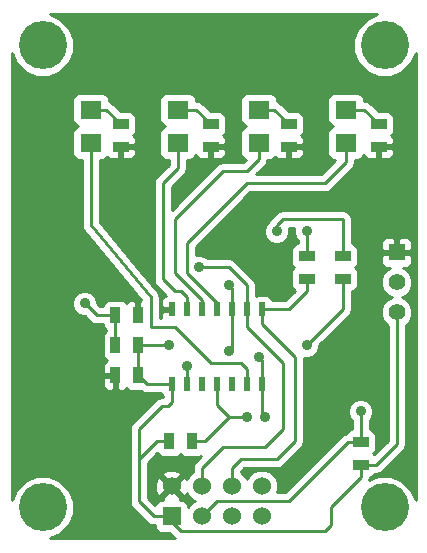
<source format=gtl>
G04 (created by PCBNEW (2013-may-18)-stable) date Wed 08 Oct 2014 11:37:39 BST*
%MOIN*%
G04 Gerber Fmt 3.4, Leading zero omitted, Abs format*
%FSLAX34Y34*%
G01*
G70*
G90*
G04 APERTURE LIST*
%ADD10C,0.00590551*%
%ADD11R,0.02X0.045*%
%ADD12R,0.055X0.035*%
%ADD13R,0.035X0.055*%
%ADD14R,0.0709X0.0629*%
%ADD15R,0.055X0.055*%
%ADD16C,0.055*%
%ADD17R,0.06X0.06*%
%ADD18C,0.06*%
%ADD19C,0.16*%
%ADD20C,0.035*%
%ADD21C,0.01*%
G04 APERTURE END LIST*
G54D10*
G54D11*
X150100Y-100100D03*
X150600Y-100100D03*
X151100Y-100100D03*
X151600Y-100100D03*
X152100Y-100100D03*
X152600Y-100100D03*
X153100Y-100100D03*
X153100Y-97600D03*
X152600Y-97600D03*
X151600Y-97600D03*
X151100Y-97600D03*
X150600Y-97600D03*
X150100Y-97600D03*
X152100Y-97600D03*
G54D12*
X151400Y-91425D03*
X151400Y-92175D03*
X155800Y-96575D03*
X155800Y-95825D03*
G54D13*
X150775Y-102000D03*
X150025Y-102000D03*
G54D12*
X148400Y-91425D03*
X148400Y-92175D03*
X157000Y-91425D03*
X157000Y-92175D03*
X154000Y-91425D03*
X154000Y-92175D03*
X156400Y-102025D03*
X156400Y-102775D03*
X154600Y-96575D03*
X154600Y-95825D03*
G54D14*
X147400Y-92059D03*
X147400Y-90941D03*
X155900Y-92059D03*
X155900Y-90941D03*
X153000Y-92059D03*
X153000Y-90941D03*
X150300Y-92059D03*
X150300Y-90941D03*
G54D15*
X157600Y-95700D03*
G54D16*
X157600Y-96700D03*
X157600Y-97700D03*
G54D17*
X150100Y-104500D03*
G54D18*
X150100Y-103500D03*
X151100Y-104500D03*
X151100Y-103500D03*
X152100Y-104500D03*
X152100Y-103500D03*
X153100Y-104500D03*
X153100Y-103500D03*
G54D13*
X148225Y-99800D03*
X148975Y-99800D03*
X148975Y-97800D03*
X148225Y-97800D03*
X148225Y-98800D03*
X148975Y-98800D03*
G54D19*
X157200Y-104200D03*
X145800Y-104200D03*
X145800Y-88800D03*
X157200Y-88800D03*
G54D20*
X150000Y-98800D03*
X151000Y-96200D03*
X152000Y-96800D03*
X156400Y-101000D03*
X152000Y-99000D03*
X150600Y-99500D03*
X154600Y-98800D03*
X153000Y-99200D03*
X153200Y-101200D03*
X154600Y-95000D03*
X147200Y-97400D03*
X153600Y-95000D03*
X152600Y-101200D03*
G54D21*
X156400Y-102775D02*
X156925Y-102775D01*
X157600Y-102100D02*
X157600Y-97700D01*
X156925Y-102775D02*
X157600Y-102100D01*
X150000Y-98800D02*
X148975Y-98800D01*
X150025Y-102000D02*
X149600Y-102000D01*
X149600Y-102000D02*
X149000Y-102600D01*
X148975Y-99800D02*
X148975Y-98800D01*
X150100Y-100100D02*
X149275Y-100100D01*
X149275Y-100100D02*
X148975Y-99800D01*
X149775Y-100825D02*
X149975Y-100825D01*
X150100Y-104500D02*
X149500Y-104500D01*
X149000Y-101600D02*
X149775Y-100825D01*
X149000Y-104000D02*
X149000Y-102600D01*
X149000Y-102600D02*
X149000Y-101600D01*
X149500Y-104500D02*
X149000Y-104000D01*
X150100Y-100700D02*
X150100Y-100100D01*
X149975Y-100825D02*
X150100Y-100700D01*
X155400Y-104800D02*
X155400Y-104200D01*
X156400Y-103200D02*
X156400Y-102775D01*
X155400Y-104200D02*
X156400Y-103200D01*
X150100Y-104500D02*
X150100Y-104700D01*
X155200Y-105000D02*
X155400Y-104800D01*
X150400Y-105000D02*
X155200Y-105000D01*
X150100Y-104700D02*
X150400Y-105000D01*
X152600Y-97600D02*
X152600Y-96800D01*
X152000Y-96200D02*
X151000Y-96200D01*
X152600Y-96800D02*
X152000Y-96200D01*
X151100Y-103500D02*
X151100Y-102900D01*
X152600Y-98200D02*
X152600Y-97600D01*
X153800Y-99400D02*
X152600Y-98200D01*
X153800Y-101600D02*
X153800Y-99400D01*
X153200Y-102200D02*
X153800Y-101600D01*
X151800Y-102200D02*
X153200Y-102200D01*
X151100Y-102900D02*
X151800Y-102200D01*
X152100Y-97600D02*
X152100Y-96900D01*
X152100Y-96900D02*
X152000Y-96800D01*
X152100Y-97600D02*
X152100Y-98900D01*
X156400Y-101000D02*
X156400Y-102025D01*
X152100Y-98900D02*
X152000Y-99000D01*
X156400Y-102025D02*
X155975Y-102025D01*
X155975Y-102025D02*
X154000Y-104000D01*
X154000Y-104000D02*
X151600Y-104000D01*
X151600Y-104000D02*
X151100Y-104500D01*
X150600Y-99500D02*
X150600Y-100100D01*
X151100Y-97600D02*
X151100Y-97300D01*
X153000Y-92600D02*
X153000Y-92059D01*
X152600Y-93000D02*
X153000Y-92600D01*
X151800Y-93000D02*
X152600Y-93000D01*
X150200Y-94600D02*
X151800Y-93000D01*
X150200Y-96400D02*
X150200Y-94600D01*
X151100Y-97300D02*
X150200Y-96400D01*
X151600Y-97600D02*
X151600Y-97400D01*
X155900Y-92700D02*
X155900Y-92059D01*
X155200Y-93400D02*
X155900Y-92700D01*
X152600Y-93400D02*
X155200Y-93400D01*
X150600Y-95400D02*
X152600Y-93400D01*
X150600Y-96400D02*
X150600Y-95400D01*
X151600Y-97400D02*
X150600Y-96400D01*
X150600Y-97600D02*
X150600Y-97200D01*
X150300Y-92900D02*
X150300Y-92059D01*
X149800Y-93400D02*
X150300Y-92900D01*
X149800Y-96600D02*
X149800Y-93400D01*
X150200Y-97000D02*
X149800Y-96600D01*
X150400Y-97000D02*
X150200Y-97000D01*
X150600Y-97200D02*
X150400Y-97000D01*
X151400Y-99400D02*
X152400Y-99400D01*
X152600Y-99600D02*
X152400Y-99400D01*
X152600Y-99600D02*
X152600Y-100100D01*
X147400Y-92059D02*
X147400Y-94800D01*
X150200Y-98200D02*
X151400Y-99400D01*
X149400Y-98200D02*
X150200Y-98200D01*
X149400Y-97200D02*
X149400Y-98200D01*
X147400Y-94800D02*
X149400Y-97200D01*
X153100Y-97600D02*
X154000Y-97600D01*
X154600Y-97000D02*
X154600Y-96575D01*
X154000Y-97600D02*
X154600Y-97000D01*
X152100Y-103500D02*
X152100Y-102900D01*
X153100Y-98100D02*
X153100Y-97600D01*
X154200Y-99200D02*
X153100Y-98100D01*
X154200Y-102000D02*
X154200Y-99200D01*
X153600Y-102600D02*
X154200Y-102000D01*
X152400Y-102600D02*
X153600Y-102600D01*
X152100Y-102900D02*
X152400Y-102600D01*
X153100Y-100100D02*
X153100Y-99300D01*
X155800Y-97600D02*
X155800Y-96575D01*
X154600Y-98800D02*
X155800Y-97600D01*
X153100Y-99300D02*
X153000Y-99200D01*
X153100Y-101100D02*
X153100Y-100100D01*
X153200Y-101200D02*
X153100Y-101100D01*
X154600Y-95825D02*
X154600Y-95000D01*
X150300Y-90941D02*
X150916Y-90941D01*
X150916Y-90941D02*
X151400Y-91425D01*
X153000Y-90941D02*
X153516Y-90941D01*
X153516Y-90941D02*
X154000Y-91425D01*
X155900Y-90941D02*
X156516Y-90941D01*
X156516Y-90941D02*
X157000Y-91425D01*
X147600Y-97800D02*
X148225Y-97800D01*
X147200Y-97400D02*
X147600Y-97800D01*
X148225Y-98800D02*
X148225Y-97800D01*
X155800Y-95825D02*
X155800Y-94600D01*
X153600Y-94800D02*
X153600Y-95000D01*
X153800Y-94600D02*
X153600Y-94800D01*
X155800Y-94600D02*
X153800Y-94600D01*
X147400Y-90941D02*
X147916Y-90941D01*
X147916Y-90941D02*
X148400Y-91425D01*
X150775Y-102000D02*
X151200Y-102000D01*
X151200Y-102000D02*
X152000Y-101200D01*
X151600Y-100800D02*
X151600Y-100100D01*
X152000Y-101200D02*
X151600Y-100800D01*
X152600Y-101200D02*
X152000Y-101200D01*
G54D10*
G36*
X151086Y-102489D02*
X150887Y-102687D01*
X150822Y-102785D01*
X150800Y-102900D01*
X150800Y-103028D01*
X150788Y-103033D01*
X150634Y-103188D01*
X150602Y-103263D01*
X150581Y-103212D01*
X150485Y-103184D01*
X150415Y-103255D01*
X150415Y-103114D01*
X150387Y-103018D01*
X150181Y-102945D01*
X149963Y-102956D01*
X149812Y-103018D01*
X149784Y-103114D01*
X150100Y-103429D01*
X150415Y-103114D01*
X150415Y-103255D01*
X150170Y-103500D01*
X150485Y-103815D01*
X150581Y-103787D01*
X150600Y-103732D01*
X150633Y-103811D01*
X150788Y-103965D01*
X150869Y-103999D01*
X150788Y-104033D01*
X150650Y-104172D01*
X150650Y-104150D01*
X150612Y-104058D01*
X150541Y-103988D01*
X150449Y-103950D01*
X150396Y-103949D01*
X150415Y-103885D01*
X150100Y-103570D01*
X150029Y-103641D01*
X150029Y-103500D01*
X149714Y-103184D01*
X149618Y-103212D01*
X149545Y-103418D01*
X149556Y-103636D01*
X149618Y-103787D01*
X149714Y-103815D01*
X150029Y-103500D01*
X150029Y-103641D01*
X149784Y-103885D01*
X149803Y-103949D01*
X149750Y-103949D01*
X149658Y-103987D01*
X149588Y-104058D01*
X149557Y-104132D01*
X149300Y-103875D01*
X149300Y-102724D01*
X149629Y-102395D01*
X149637Y-102416D01*
X149708Y-102486D01*
X149800Y-102524D01*
X149899Y-102525D01*
X150249Y-102525D01*
X150341Y-102487D01*
X150400Y-102428D01*
X150458Y-102486D01*
X150550Y-102524D01*
X150649Y-102525D01*
X150999Y-102525D01*
X151086Y-102489D01*
X151086Y-102489D01*
G37*
G54D21*
X151086Y-102489D02*
X150887Y-102687D01*
X150822Y-102785D01*
X150800Y-102900D01*
X150800Y-103028D01*
X150788Y-103033D01*
X150634Y-103188D01*
X150602Y-103263D01*
X150581Y-103212D01*
X150485Y-103184D01*
X150415Y-103255D01*
X150415Y-103114D01*
X150387Y-103018D01*
X150181Y-102945D01*
X149963Y-102956D01*
X149812Y-103018D01*
X149784Y-103114D01*
X150100Y-103429D01*
X150415Y-103114D01*
X150415Y-103255D01*
X150170Y-103500D01*
X150485Y-103815D01*
X150581Y-103787D01*
X150600Y-103732D01*
X150633Y-103811D01*
X150788Y-103965D01*
X150869Y-103999D01*
X150788Y-104033D01*
X150650Y-104172D01*
X150650Y-104150D01*
X150612Y-104058D01*
X150541Y-103988D01*
X150449Y-103950D01*
X150396Y-103949D01*
X150415Y-103885D01*
X150100Y-103570D01*
X150029Y-103641D01*
X150029Y-103500D01*
X149714Y-103184D01*
X149618Y-103212D01*
X149545Y-103418D01*
X149556Y-103636D01*
X149618Y-103787D01*
X149714Y-103815D01*
X150029Y-103500D01*
X150029Y-103641D01*
X149784Y-103885D01*
X149803Y-103949D01*
X149750Y-103949D01*
X149658Y-103987D01*
X149588Y-104058D01*
X149557Y-104132D01*
X149300Y-103875D01*
X149300Y-102724D01*
X149629Y-102395D01*
X149637Y-102416D01*
X149708Y-102486D01*
X149800Y-102524D01*
X149899Y-102525D01*
X150249Y-102525D01*
X150341Y-102487D01*
X150400Y-102428D01*
X150458Y-102486D01*
X150550Y-102524D01*
X150649Y-102525D01*
X150999Y-102525D01*
X151086Y-102489D01*
G54D10*
G36*
X158230Y-103943D02*
X158090Y-103606D01*
X157795Y-103310D01*
X157409Y-103150D01*
X156992Y-103149D01*
X156684Y-103276D01*
X156699Y-103200D01*
X156699Y-103200D01*
X156724Y-103200D01*
X156816Y-103162D01*
X156886Y-103091D01*
X156893Y-103075D01*
X156925Y-103075D01*
X156925Y-103074D01*
X157039Y-103052D01*
X157039Y-103052D01*
X157137Y-102987D01*
X157812Y-102312D01*
X157877Y-102214D01*
X157899Y-102100D01*
X157900Y-102100D01*
X157900Y-98142D01*
X158044Y-97997D01*
X158124Y-97804D01*
X158125Y-97596D01*
X158045Y-97403D01*
X157897Y-97255D01*
X157764Y-97199D01*
X157897Y-97145D01*
X158044Y-96997D01*
X158124Y-96804D01*
X158125Y-96596D01*
X158045Y-96403D01*
X157897Y-96255D01*
X157825Y-96225D01*
X157825Y-96225D01*
X157924Y-96224D01*
X158016Y-96186D01*
X158087Y-96116D01*
X158125Y-96024D01*
X158125Y-95375D01*
X158087Y-95283D01*
X158016Y-95213D01*
X157924Y-95175D01*
X157825Y-95174D01*
X157712Y-95175D01*
X157650Y-95237D01*
X157650Y-95650D01*
X158062Y-95650D01*
X158125Y-95587D01*
X158125Y-95375D01*
X158125Y-96024D01*
X158125Y-95812D01*
X158062Y-95750D01*
X157650Y-95750D01*
X157650Y-95757D01*
X157550Y-95757D01*
X157550Y-95750D01*
X157550Y-95650D01*
X157550Y-95237D01*
X157525Y-95212D01*
X157525Y-92399D01*
X157525Y-92287D01*
X157462Y-92225D01*
X157050Y-92225D01*
X157050Y-92537D01*
X157112Y-92600D01*
X157225Y-92600D01*
X157324Y-92599D01*
X157416Y-92561D01*
X157487Y-92491D01*
X157525Y-92399D01*
X157525Y-95212D01*
X157487Y-95175D01*
X157374Y-95174D01*
X157275Y-95175D01*
X157183Y-95213D01*
X157112Y-95283D01*
X157074Y-95375D01*
X157075Y-95587D01*
X157137Y-95650D01*
X157550Y-95650D01*
X157550Y-95750D01*
X157137Y-95750D01*
X157075Y-95812D01*
X157074Y-96024D01*
X157112Y-96116D01*
X157183Y-96186D01*
X157275Y-96224D01*
X157374Y-96225D01*
X157374Y-96225D01*
X157303Y-96254D01*
X157155Y-96402D01*
X157075Y-96595D01*
X157074Y-96803D01*
X157154Y-96997D01*
X157302Y-97144D01*
X157435Y-97200D01*
X157303Y-97254D01*
X157155Y-97402D01*
X157075Y-97595D01*
X157074Y-97803D01*
X157154Y-97997D01*
X157300Y-98142D01*
X157300Y-101975D01*
X156852Y-102423D01*
X156828Y-102399D01*
X156886Y-102341D01*
X156924Y-102249D01*
X156925Y-102150D01*
X156925Y-101800D01*
X156887Y-101708D01*
X156816Y-101638D01*
X156724Y-101600D01*
X156700Y-101600D01*
X156700Y-101301D01*
X156760Y-101241D01*
X156824Y-101084D01*
X156825Y-100915D01*
X156760Y-100759D01*
X156641Y-100639D01*
X156484Y-100575D01*
X156315Y-100574D01*
X156159Y-100639D01*
X156039Y-100758D01*
X155975Y-100915D01*
X155974Y-101084D01*
X156039Y-101240D01*
X156100Y-101301D01*
X156100Y-101599D01*
X156075Y-101599D01*
X155983Y-101637D01*
X155913Y-101708D01*
X155900Y-101739D01*
X155860Y-101747D01*
X155762Y-101812D01*
X153875Y-103700D01*
X153612Y-103700D01*
X153649Y-103609D01*
X153650Y-103391D01*
X153566Y-103188D01*
X153411Y-103034D01*
X153209Y-102950D01*
X152991Y-102949D01*
X152788Y-103033D01*
X152634Y-103188D01*
X152600Y-103269D01*
X152566Y-103188D01*
X152411Y-103034D01*
X152400Y-103029D01*
X152400Y-103024D01*
X152524Y-102900D01*
X153600Y-102900D01*
X153600Y-102899D01*
X153714Y-102877D01*
X153714Y-102877D01*
X153812Y-102812D01*
X154412Y-102212D01*
X154412Y-102212D01*
X154477Y-102114D01*
X154499Y-102000D01*
X154500Y-102000D01*
X154500Y-99218D01*
X154515Y-99224D01*
X154684Y-99225D01*
X154840Y-99160D01*
X154960Y-99041D01*
X155024Y-98884D01*
X155025Y-98799D01*
X156012Y-97812D01*
X156012Y-97812D01*
X156077Y-97714D01*
X156099Y-97600D01*
X156100Y-97600D01*
X156100Y-97000D01*
X156124Y-97000D01*
X156216Y-96962D01*
X156286Y-96891D01*
X156324Y-96799D01*
X156325Y-96700D01*
X156325Y-96350D01*
X156287Y-96258D01*
X156228Y-96199D01*
X156286Y-96141D01*
X156324Y-96049D01*
X156325Y-95950D01*
X156325Y-95600D01*
X156287Y-95508D01*
X156216Y-95438D01*
X156124Y-95400D01*
X156100Y-95400D01*
X156100Y-94600D01*
X156077Y-94485D01*
X156012Y-94387D01*
X155914Y-94322D01*
X155800Y-94300D01*
X153800Y-94300D01*
X153685Y-94322D01*
X153587Y-94387D01*
X153387Y-94587D01*
X153340Y-94658D01*
X153239Y-94758D01*
X153175Y-94915D01*
X153174Y-95084D01*
X153239Y-95240D01*
X153358Y-95360D01*
X153515Y-95424D01*
X153684Y-95425D01*
X153840Y-95360D01*
X153960Y-95241D01*
X154024Y-95084D01*
X154025Y-94915D01*
X154018Y-94900D01*
X154181Y-94900D01*
X154175Y-94915D01*
X154174Y-95084D01*
X154239Y-95240D01*
X154300Y-95301D01*
X154300Y-95399D01*
X154275Y-95399D01*
X154183Y-95437D01*
X154113Y-95508D01*
X154075Y-95600D01*
X154074Y-95699D01*
X154074Y-96049D01*
X154112Y-96141D01*
X154171Y-96200D01*
X154113Y-96258D01*
X154075Y-96350D01*
X154074Y-96449D01*
X154074Y-96799D01*
X154112Y-96891D01*
X154183Y-96961D01*
X154204Y-96970D01*
X153875Y-97300D01*
X153439Y-97300D01*
X153412Y-97233D01*
X153341Y-97163D01*
X153249Y-97125D01*
X153150Y-97124D01*
X152950Y-97124D01*
X152900Y-97145D01*
X152900Y-96800D01*
X152877Y-96685D01*
X152812Y-96587D01*
X152812Y-96587D01*
X152212Y-95987D01*
X152114Y-95922D01*
X152000Y-95900D01*
X151301Y-95900D01*
X151241Y-95839D01*
X151084Y-95775D01*
X150915Y-95774D01*
X150900Y-95781D01*
X150900Y-95524D01*
X152724Y-93700D01*
X155200Y-93700D01*
X155200Y-93699D01*
X155314Y-93677D01*
X155314Y-93677D01*
X155412Y-93612D01*
X156112Y-92912D01*
X156112Y-92912D01*
X156177Y-92814D01*
X156199Y-92700D01*
X156200Y-92700D01*
X156200Y-92623D01*
X156304Y-92623D01*
X156395Y-92585D01*
X156466Y-92515D01*
X156494Y-92447D01*
X156512Y-92491D01*
X156583Y-92561D01*
X156675Y-92599D01*
X156774Y-92600D01*
X156887Y-92600D01*
X156950Y-92537D01*
X156950Y-92225D01*
X156942Y-92225D01*
X156942Y-92125D01*
X156950Y-92125D01*
X156950Y-92117D01*
X157050Y-92117D01*
X157050Y-92125D01*
X157462Y-92125D01*
X157525Y-92062D01*
X157525Y-91950D01*
X157487Y-91858D01*
X157428Y-91799D01*
X157486Y-91741D01*
X157524Y-91649D01*
X157525Y-91550D01*
X157525Y-91200D01*
X157487Y-91108D01*
X157416Y-91038D01*
X157324Y-91000D01*
X157225Y-90999D01*
X156999Y-90999D01*
X156728Y-90728D01*
X156630Y-90663D01*
X156516Y-90641D01*
X156504Y-90641D01*
X156504Y-90576D01*
X156466Y-90485D01*
X156396Y-90414D01*
X156304Y-90376D01*
X156204Y-90376D01*
X155495Y-90376D01*
X155404Y-90414D01*
X155333Y-90484D01*
X155295Y-90576D01*
X155295Y-90676D01*
X155295Y-91305D01*
X155333Y-91396D01*
X155403Y-91467D01*
X155482Y-91500D01*
X155404Y-91532D01*
X155333Y-91602D01*
X155295Y-91694D01*
X155295Y-91794D01*
X155295Y-92423D01*
X155333Y-92514D01*
X155403Y-92585D01*
X155495Y-92623D01*
X155552Y-92623D01*
X155075Y-93100D01*
X154525Y-93100D01*
X154525Y-92399D01*
X154525Y-92287D01*
X154462Y-92225D01*
X154050Y-92225D01*
X154050Y-92537D01*
X154112Y-92600D01*
X154225Y-92600D01*
X154324Y-92599D01*
X154416Y-92561D01*
X154487Y-92491D01*
X154525Y-92399D01*
X154525Y-93100D01*
X152924Y-93100D01*
X153212Y-92812D01*
X153212Y-92812D01*
X153277Y-92714D01*
X153295Y-92623D01*
X153295Y-92623D01*
X153404Y-92623D01*
X153495Y-92585D01*
X153551Y-92530D01*
X153583Y-92561D01*
X153675Y-92599D01*
X153774Y-92600D01*
X153887Y-92600D01*
X153950Y-92537D01*
X153950Y-92225D01*
X153942Y-92225D01*
X153942Y-92125D01*
X153950Y-92125D01*
X153950Y-92117D01*
X154050Y-92117D01*
X154050Y-92125D01*
X154462Y-92125D01*
X154525Y-92062D01*
X154525Y-91950D01*
X154487Y-91858D01*
X154428Y-91799D01*
X154486Y-91741D01*
X154524Y-91649D01*
X154525Y-91550D01*
X154525Y-91200D01*
X154487Y-91108D01*
X154416Y-91038D01*
X154324Y-91000D01*
X154225Y-90999D01*
X153999Y-90999D01*
X153728Y-90728D01*
X153630Y-90663D01*
X153604Y-90658D01*
X153604Y-90576D01*
X153566Y-90485D01*
X153496Y-90414D01*
X153404Y-90376D01*
X153304Y-90376D01*
X152595Y-90376D01*
X152504Y-90414D01*
X152433Y-90484D01*
X152395Y-90576D01*
X152395Y-90676D01*
X152395Y-91305D01*
X152433Y-91396D01*
X152503Y-91467D01*
X152582Y-91500D01*
X152504Y-91532D01*
X152433Y-91602D01*
X152395Y-91694D01*
X152395Y-91794D01*
X152395Y-92423D01*
X152433Y-92514D01*
X152503Y-92585D01*
X152564Y-92610D01*
X152475Y-92700D01*
X151925Y-92700D01*
X151925Y-92399D01*
X151925Y-92287D01*
X151862Y-92225D01*
X151450Y-92225D01*
X151450Y-92537D01*
X151512Y-92600D01*
X151625Y-92600D01*
X151724Y-92599D01*
X151816Y-92561D01*
X151887Y-92491D01*
X151925Y-92399D01*
X151925Y-92700D01*
X151800Y-92700D01*
X151685Y-92722D01*
X151587Y-92787D01*
X150100Y-94275D01*
X150100Y-93524D01*
X150512Y-93112D01*
X150512Y-93112D01*
X150577Y-93014D01*
X150599Y-92900D01*
X150600Y-92900D01*
X150600Y-92623D01*
X150704Y-92623D01*
X150795Y-92585D01*
X150866Y-92515D01*
X150894Y-92447D01*
X150912Y-92491D01*
X150983Y-92561D01*
X151075Y-92599D01*
X151174Y-92600D01*
X151287Y-92600D01*
X151350Y-92537D01*
X151350Y-92225D01*
X151342Y-92225D01*
X151342Y-92125D01*
X151350Y-92125D01*
X151350Y-92117D01*
X151450Y-92117D01*
X151450Y-92125D01*
X151862Y-92125D01*
X151925Y-92062D01*
X151925Y-91950D01*
X151887Y-91858D01*
X151828Y-91799D01*
X151886Y-91741D01*
X151924Y-91649D01*
X151925Y-91550D01*
X151925Y-91200D01*
X151887Y-91108D01*
X151816Y-91038D01*
X151724Y-91000D01*
X151625Y-90999D01*
X151399Y-90999D01*
X151128Y-90728D01*
X151030Y-90663D01*
X150916Y-90641D01*
X150904Y-90641D01*
X150904Y-90576D01*
X150866Y-90485D01*
X150796Y-90414D01*
X150704Y-90376D01*
X150604Y-90376D01*
X149895Y-90376D01*
X149804Y-90414D01*
X149733Y-90484D01*
X149695Y-90576D01*
X149695Y-90676D01*
X149695Y-91305D01*
X149733Y-91396D01*
X149803Y-91467D01*
X149882Y-91500D01*
X149804Y-91532D01*
X149733Y-91602D01*
X149695Y-91694D01*
X149695Y-91794D01*
X149695Y-92423D01*
X149733Y-92514D01*
X149803Y-92585D01*
X149895Y-92623D01*
X149995Y-92623D01*
X150000Y-92623D01*
X150000Y-92775D01*
X149587Y-93187D01*
X149522Y-93285D01*
X149500Y-93400D01*
X149500Y-96600D01*
X149522Y-96714D01*
X149587Y-96812D01*
X149915Y-97139D01*
X149858Y-97162D01*
X149788Y-97233D01*
X149750Y-97325D01*
X149749Y-97424D01*
X149750Y-97487D01*
X149812Y-97550D01*
X150050Y-97550D01*
X150050Y-97542D01*
X150150Y-97542D01*
X150150Y-97550D01*
X150157Y-97550D01*
X150157Y-97650D01*
X150150Y-97650D01*
X150150Y-97657D01*
X150050Y-97657D01*
X150050Y-97650D01*
X149812Y-97650D01*
X149750Y-97712D01*
X149749Y-97775D01*
X149750Y-97874D01*
X149760Y-97900D01*
X149700Y-97900D01*
X149700Y-97200D01*
X149690Y-97152D01*
X149686Y-97110D01*
X149680Y-97099D01*
X149677Y-97085D01*
X149650Y-97044D01*
X149630Y-97008D01*
X148925Y-96161D01*
X148925Y-92399D01*
X148925Y-92287D01*
X148862Y-92225D01*
X148450Y-92225D01*
X148450Y-92537D01*
X148512Y-92600D01*
X148625Y-92600D01*
X148724Y-92599D01*
X148816Y-92561D01*
X148887Y-92491D01*
X148925Y-92399D01*
X148925Y-96161D01*
X147700Y-94691D01*
X147700Y-92623D01*
X147804Y-92623D01*
X147895Y-92585D01*
X147951Y-92530D01*
X147983Y-92561D01*
X148075Y-92599D01*
X148174Y-92600D01*
X148287Y-92600D01*
X148350Y-92537D01*
X148350Y-92225D01*
X148342Y-92225D01*
X148342Y-92125D01*
X148350Y-92125D01*
X148350Y-92117D01*
X148450Y-92117D01*
X148450Y-92125D01*
X148862Y-92125D01*
X148925Y-92062D01*
X148925Y-91950D01*
X148887Y-91858D01*
X148828Y-91799D01*
X148886Y-91741D01*
X148924Y-91649D01*
X148925Y-91550D01*
X148925Y-91200D01*
X148887Y-91108D01*
X148816Y-91038D01*
X148724Y-91000D01*
X148625Y-90999D01*
X148399Y-90999D01*
X148128Y-90728D01*
X148030Y-90663D01*
X148004Y-90658D01*
X148004Y-90576D01*
X147966Y-90485D01*
X147896Y-90414D01*
X147804Y-90376D01*
X147704Y-90376D01*
X146995Y-90376D01*
X146904Y-90414D01*
X146833Y-90484D01*
X146795Y-90576D01*
X146795Y-90676D01*
X146795Y-91305D01*
X146833Y-91396D01*
X146903Y-91467D01*
X146982Y-91500D01*
X146904Y-91532D01*
X146833Y-91602D01*
X146795Y-91694D01*
X146795Y-91794D01*
X146795Y-92423D01*
X146833Y-92514D01*
X146903Y-92585D01*
X146995Y-92623D01*
X147095Y-92623D01*
X147100Y-92623D01*
X147100Y-94800D01*
X147108Y-94844D01*
X147113Y-94889D01*
X147120Y-94901D01*
X147122Y-94914D01*
X147147Y-94952D01*
X147169Y-94992D01*
X149078Y-97283D01*
X149025Y-97337D01*
X149025Y-97750D01*
X149032Y-97750D01*
X149032Y-97850D01*
X149025Y-97850D01*
X149025Y-97857D01*
X148925Y-97857D01*
X148925Y-97850D01*
X148917Y-97850D01*
X148917Y-97750D01*
X148925Y-97750D01*
X148925Y-97337D01*
X148862Y-97275D01*
X148750Y-97274D01*
X148658Y-97312D01*
X148599Y-97371D01*
X148541Y-97313D01*
X148449Y-97275D01*
X148350Y-97274D01*
X148000Y-97274D01*
X147908Y-97312D01*
X147838Y-97383D01*
X147800Y-97475D01*
X147800Y-97500D01*
X147724Y-97500D01*
X147624Y-97400D01*
X147625Y-97315D01*
X147560Y-97159D01*
X147441Y-97039D01*
X147284Y-96975D01*
X147115Y-96974D01*
X146959Y-97039D01*
X146839Y-97158D01*
X146775Y-97315D01*
X146774Y-97484D01*
X146839Y-97640D01*
X146958Y-97760D01*
X147115Y-97824D01*
X147200Y-97825D01*
X147387Y-98012D01*
X147387Y-98012D01*
X147485Y-98077D01*
X147599Y-98099D01*
X147600Y-98100D01*
X147799Y-98100D01*
X147799Y-98124D01*
X147837Y-98216D01*
X147908Y-98286D01*
X147925Y-98293D01*
X147925Y-98306D01*
X147908Y-98312D01*
X147838Y-98383D01*
X147800Y-98475D01*
X147799Y-98574D01*
X147799Y-99124D01*
X147837Y-99216D01*
X147908Y-99286D01*
X147939Y-99299D01*
X147908Y-99312D01*
X147838Y-99383D01*
X147800Y-99475D01*
X147799Y-99574D01*
X147800Y-99687D01*
X147862Y-99750D01*
X148175Y-99750D01*
X148175Y-99742D01*
X148275Y-99742D01*
X148275Y-99750D01*
X148282Y-99750D01*
X148282Y-99850D01*
X148275Y-99850D01*
X148275Y-100262D01*
X148337Y-100325D01*
X148449Y-100325D01*
X148541Y-100287D01*
X148600Y-100228D01*
X148658Y-100286D01*
X148750Y-100324D01*
X148849Y-100325D01*
X149082Y-100325D01*
X149082Y-100325D01*
X149160Y-100377D01*
X149274Y-100399D01*
X149275Y-100400D01*
X149760Y-100400D01*
X149787Y-100466D01*
X149800Y-100478D01*
X149800Y-100525D01*
X149775Y-100525D01*
X149660Y-100547D01*
X149562Y-100612D01*
X148787Y-101387D01*
X148722Y-101485D01*
X148700Y-101600D01*
X148700Y-102600D01*
X148700Y-104000D01*
X148722Y-104114D01*
X148787Y-104212D01*
X149287Y-104712D01*
X149287Y-104712D01*
X149385Y-104777D01*
X149500Y-104800D01*
X149549Y-104800D01*
X149549Y-104849D01*
X149587Y-104941D01*
X149658Y-105011D01*
X149750Y-105049D01*
X149849Y-105050D01*
X150025Y-105050D01*
X150187Y-105212D01*
X150187Y-105212D01*
X150215Y-105230D01*
X148175Y-105230D01*
X148175Y-100262D01*
X148175Y-99850D01*
X147862Y-99850D01*
X147800Y-99912D01*
X147799Y-100025D01*
X147800Y-100124D01*
X147838Y-100216D01*
X147908Y-100287D01*
X148000Y-100325D01*
X148112Y-100325D01*
X148175Y-100262D01*
X148175Y-105230D01*
X146056Y-105230D01*
X146394Y-105090D01*
X146689Y-104795D01*
X146849Y-104409D01*
X146850Y-103992D01*
X146690Y-103606D01*
X146395Y-103310D01*
X146009Y-103150D01*
X145592Y-103149D01*
X145206Y-103309D01*
X144910Y-103604D01*
X144769Y-103943D01*
X144769Y-89056D01*
X144909Y-89394D01*
X145204Y-89689D01*
X145590Y-89849D01*
X146007Y-89850D01*
X146394Y-89690D01*
X146689Y-89395D01*
X146849Y-89009D01*
X146850Y-88592D01*
X146690Y-88206D01*
X146395Y-87910D01*
X146056Y-87769D01*
X156943Y-87769D01*
X156606Y-87909D01*
X156310Y-88204D01*
X156150Y-88590D01*
X156149Y-89007D01*
X156309Y-89394D01*
X156604Y-89689D01*
X156990Y-89849D01*
X157407Y-89850D01*
X157794Y-89690D01*
X158089Y-89395D01*
X158230Y-89056D01*
X158230Y-103943D01*
X158230Y-103943D01*
G37*
G54D21*
X158230Y-103943D02*
X158090Y-103606D01*
X157795Y-103310D01*
X157409Y-103150D01*
X156992Y-103149D01*
X156684Y-103276D01*
X156699Y-103200D01*
X156699Y-103200D01*
X156724Y-103200D01*
X156816Y-103162D01*
X156886Y-103091D01*
X156893Y-103075D01*
X156925Y-103075D01*
X156925Y-103074D01*
X157039Y-103052D01*
X157039Y-103052D01*
X157137Y-102987D01*
X157812Y-102312D01*
X157877Y-102214D01*
X157899Y-102100D01*
X157900Y-102100D01*
X157900Y-98142D01*
X158044Y-97997D01*
X158124Y-97804D01*
X158125Y-97596D01*
X158045Y-97403D01*
X157897Y-97255D01*
X157764Y-97199D01*
X157897Y-97145D01*
X158044Y-96997D01*
X158124Y-96804D01*
X158125Y-96596D01*
X158045Y-96403D01*
X157897Y-96255D01*
X157825Y-96225D01*
X157825Y-96225D01*
X157924Y-96224D01*
X158016Y-96186D01*
X158087Y-96116D01*
X158125Y-96024D01*
X158125Y-95375D01*
X158087Y-95283D01*
X158016Y-95213D01*
X157924Y-95175D01*
X157825Y-95174D01*
X157712Y-95175D01*
X157650Y-95237D01*
X157650Y-95650D01*
X158062Y-95650D01*
X158125Y-95587D01*
X158125Y-95375D01*
X158125Y-96024D01*
X158125Y-95812D01*
X158062Y-95750D01*
X157650Y-95750D01*
X157650Y-95757D01*
X157550Y-95757D01*
X157550Y-95750D01*
X157550Y-95650D01*
X157550Y-95237D01*
X157525Y-95212D01*
X157525Y-92399D01*
X157525Y-92287D01*
X157462Y-92225D01*
X157050Y-92225D01*
X157050Y-92537D01*
X157112Y-92600D01*
X157225Y-92600D01*
X157324Y-92599D01*
X157416Y-92561D01*
X157487Y-92491D01*
X157525Y-92399D01*
X157525Y-95212D01*
X157487Y-95175D01*
X157374Y-95174D01*
X157275Y-95175D01*
X157183Y-95213D01*
X157112Y-95283D01*
X157074Y-95375D01*
X157075Y-95587D01*
X157137Y-95650D01*
X157550Y-95650D01*
X157550Y-95750D01*
X157137Y-95750D01*
X157075Y-95812D01*
X157074Y-96024D01*
X157112Y-96116D01*
X157183Y-96186D01*
X157275Y-96224D01*
X157374Y-96225D01*
X157374Y-96225D01*
X157303Y-96254D01*
X157155Y-96402D01*
X157075Y-96595D01*
X157074Y-96803D01*
X157154Y-96997D01*
X157302Y-97144D01*
X157435Y-97200D01*
X157303Y-97254D01*
X157155Y-97402D01*
X157075Y-97595D01*
X157074Y-97803D01*
X157154Y-97997D01*
X157300Y-98142D01*
X157300Y-101975D01*
X156852Y-102423D01*
X156828Y-102399D01*
X156886Y-102341D01*
X156924Y-102249D01*
X156925Y-102150D01*
X156925Y-101800D01*
X156887Y-101708D01*
X156816Y-101638D01*
X156724Y-101600D01*
X156700Y-101600D01*
X156700Y-101301D01*
X156760Y-101241D01*
X156824Y-101084D01*
X156825Y-100915D01*
X156760Y-100759D01*
X156641Y-100639D01*
X156484Y-100575D01*
X156315Y-100574D01*
X156159Y-100639D01*
X156039Y-100758D01*
X155975Y-100915D01*
X155974Y-101084D01*
X156039Y-101240D01*
X156100Y-101301D01*
X156100Y-101599D01*
X156075Y-101599D01*
X155983Y-101637D01*
X155913Y-101708D01*
X155900Y-101739D01*
X155860Y-101747D01*
X155762Y-101812D01*
X153875Y-103700D01*
X153612Y-103700D01*
X153649Y-103609D01*
X153650Y-103391D01*
X153566Y-103188D01*
X153411Y-103034D01*
X153209Y-102950D01*
X152991Y-102949D01*
X152788Y-103033D01*
X152634Y-103188D01*
X152600Y-103269D01*
X152566Y-103188D01*
X152411Y-103034D01*
X152400Y-103029D01*
X152400Y-103024D01*
X152524Y-102900D01*
X153600Y-102900D01*
X153600Y-102899D01*
X153714Y-102877D01*
X153714Y-102877D01*
X153812Y-102812D01*
X154412Y-102212D01*
X154412Y-102212D01*
X154477Y-102114D01*
X154499Y-102000D01*
X154500Y-102000D01*
X154500Y-99218D01*
X154515Y-99224D01*
X154684Y-99225D01*
X154840Y-99160D01*
X154960Y-99041D01*
X155024Y-98884D01*
X155025Y-98799D01*
X156012Y-97812D01*
X156012Y-97812D01*
X156077Y-97714D01*
X156099Y-97600D01*
X156100Y-97600D01*
X156100Y-97000D01*
X156124Y-97000D01*
X156216Y-96962D01*
X156286Y-96891D01*
X156324Y-96799D01*
X156325Y-96700D01*
X156325Y-96350D01*
X156287Y-96258D01*
X156228Y-96199D01*
X156286Y-96141D01*
X156324Y-96049D01*
X156325Y-95950D01*
X156325Y-95600D01*
X156287Y-95508D01*
X156216Y-95438D01*
X156124Y-95400D01*
X156100Y-95400D01*
X156100Y-94600D01*
X156077Y-94485D01*
X156012Y-94387D01*
X155914Y-94322D01*
X155800Y-94300D01*
X153800Y-94300D01*
X153685Y-94322D01*
X153587Y-94387D01*
X153387Y-94587D01*
X153340Y-94658D01*
X153239Y-94758D01*
X153175Y-94915D01*
X153174Y-95084D01*
X153239Y-95240D01*
X153358Y-95360D01*
X153515Y-95424D01*
X153684Y-95425D01*
X153840Y-95360D01*
X153960Y-95241D01*
X154024Y-95084D01*
X154025Y-94915D01*
X154018Y-94900D01*
X154181Y-94900D01*
X154175Y-94915D01*
X154174Y-95084D01*
X154239Y-95240D01*
X154300Y-95301D01*
X154300Y-95399D01*
X154275Y-95399D01*
X154183Y-95437D01*
X154113Y-95508D01*
X154075Y-95600D01*
X154074Y-95699D01*
X154074Y-96049D01*
X154112Y-96141D01*
X154171Y-96200D01*
X154113Y-96258D01*
X154075Y-96350D01*
X154074Y-96449D01*
X154074Y-96799D01*
X154112Y-96891D01*
X154183Y-96961D01*
X154204Y-96970D01*
X153875Y-97300D01*
X153439Y-97300D01*
X153412Y-97233D01*
X153341Y-97163D01*
X153249Y-97125D01*
X153150Y-97124D01*
X152950Y-97124D01*
X152900Y-97145D01*
X152900Y-96800D01*
X152877Y-96685D01*
X152812Y-96587D01*
X152812Y-96587D01*
X152212Y-95987D01*
X152114Y-95922D01*
X152000Y-95900D01*
X151301Y-95900D01*
X151241Y-95839D01*
X151084Y-95775D01*
X150915Y-95774D01*
X150900Y-95781D01*
X150900Y-95524D01*
X152724Y-93700D01*
X155200Y-93700D01*
X155200Y-93699D01*
X155314Y-93677D01*
X155314Y-93677D01*
X155412Y-93612D01*
X156112Y-92912D01*
X156112Y-92912D01*
X156177Y-92814D01*
X156199Y-92700D01*
X156200Y-92700D01*
X156200Y-92623D01*
X156304Y-92623D01*
X156395Y-92585D01*
X156466Y-92515D01*
X156494Y-92447D01*
X156512Y-92491D01*
X156583Y-92561D01*
X156675Y-92599D01*
X156774Y-92600D01*
X156887Y-92600D01*
X156950Y-92537D01*
X156950Y-92225D01*
X156942Y-92225D01*
X156942Y-92125D01*
X156950Y-92125D01*
X156950Y-92117D01*
X157050Y-92117D01*
X157050Y-92125D01*
X157462Y-92125D01*
X157525Y-92062D01*
X157525Y-91950D01*
X157487Y-91858D01*
X157428Y-91799D01*
X157486Y-91741D01*
X157524Y-91649D01*
X157525Y-91550D01*
X157525Y-91200D01*
X157487Y-91108D01*
X157416Y-91038D01*
X157324Y-91000D01*
X157225Y-90999D01*
X156999Y-90999D01*
X156728Y-90728D01*
X156630Y-90663D01*
X156516Y-90641D01*
X156504Y-90641D01*
X156504Y-90576D01*
X156466Y-90485D01*
X156396Y-90414D01*
X156304Y-90376D01*
X156204Y-90376D01*
X155495Y-90376D01*
X155404Y-90414D01*
X155333Y-90484D01*
X155295Y-90576D01*
X155295Y-90676D01*
X155295Y-91305D01*
X155333Y-91396D01*
X155403Y-91467D01*
X155482Y-91500D01*
X155404Y-91532D01*
X155333Y-91602D01*
X155295Y-91694D01*
X155295Y-91794D01*
X155295Y-92423D01*
X155333Y-92514D01*
X155403Y-92585D01*
X155495Y-92623D01*
X155552Y-92623D01*
X155075Y-93100D01*
X154525Y-93100D01*
X154525Y-92399D01*
X154525Y-92287D01*
X154462Y-92225D01*
X154050Y-92225D01*
X154050Y-92537D01*
X154112Y-92600D01*
X154225Y-92600D01*
X154324Y-92599D01*
X154416Y-92561D01*
X154487Y-92491D01*
X154525Y-92399D01*
X154525Y-93100D01*
X152924Y-93100D01*
X153212Y-92812D01*
X153212Y-92812D01*
X153277Y-92714D01*
X153295Y-92623D01*
X153295Y-92623D01*
X153404Y-92623D01*
X153495Y-92585D01*
X153551Y-92530D01*
X153583Y-92561D01*
X153675Y-92599D01*
X153774Y-92600D01*
X153887Y-92600D01*
X153950Y-92537D01*
X153950Y-92225D01*
X153942Y-92225D01*
X153942Y-92125D01*
X153950Y-92125D01*
X153950Y-92117D01*
X154050Y-92117D01*
X154050Y-92125D01*
X154462Y-92125D01*
X154525Y-92062D01*
X154525Y-91950D01*
X154487Y-91858D01*
X154428Y-91799D01*
X154486Y-91741D01*
X154524Y-91649D01*
X154525Y-91550D01*
X154525Y-91200D01*
X154487Y-91108D01*
X154416Y-91038D01*
X154324Y-91000D01*
X154225Y-90999D01*
X153999Y-90999D01*
X153728Y-90728D01*
X153630Y-90663D01*
X153604Y-90658D01*
X153604Y-90576D01*
X153566Y-90485D01*
X153496Y-90414D01*
X153404Y-90376D01*
X153304Y-90376D01*
X152595Y-90376D01*
X152504Y-90414D01*
X152433Y-90484D01*
X152395Y-90576D01*
X152395Y-90676D01*
X152395Y-91305D01*
X152433Y-91396D01*
X152503Y-91467D01*
X152582Y-91500D01*
X152504Y-91532D01*
X152433Y-91602D01*
X152395Y-91694D01*
X152395Y-91794D01*
X152395Y-92423D01*
X152433Y-92514D01*
X152503Y-92585D01*
X152564Y-92610D01*
X152475Y-92700D01*
X151925Y-92700D01*
X151925Y-92399D01*
X151925Y-92287D01*
X151862Y-92225D01*
X151450Y-92225D01*
X151450Y-92537D01*
X151512Y-92600D01*
X151625Y-92600D01*
X151724Y-92599D01*
X151816Y-92561D01*
X151887Y-92491D01*
X151925Y-92399D01*
X151925Y-92700D01*
X151800Y-92700D01*
X151685Y-92722D01*
X151587Y-92787D01*
X150100Y-94275D01*
X150100Y-93524D01*
X150512Y-93112D01*
X150512Y-93112D01*
X150577Y-93014D01*
X150599Y-92900D01*
X150600Y-92900D01*
X150600Y-92623D01*
X150704Y-92623D01*
X150795Y-92585D01*
X150866Y-92515D01*
X150894Y-92447D01*
X150912Y-92491D01*
X150983Y-92561D01*
X151075Y-92599D01*
X151174Y-92600D01*
X151287Y-92600D01*
X151350Y-92537D01*
X151350Y-92225D01*
X151342Y-92225D01*
X151342Y-92125D01*
X151350Y-92125D01*
X151350Y-92117D01*
X151450Y-92117D01*
X151450Y-92125D01*
X151862Y-92125D01*
X151925Y-92062D01*
X151925Y-91950D01*
X151887Y-91858D01*
X151828Y-91799D01*
X151886Y-91741D01*
X151924Y-91649D01*
X151925Y-91550D01*
X151925Y-91200D01*
X151887Y-91108D01*
X151816Y-91038D01*
X151724Y-91000D01*
X151625Y-90999D01*
X151399Y-90999D01*
X151128Y-90728D01*
X151030Y-90663D01*
X150916Y-90641D01*
X150904Y-90641D01*
X150904Y-90576D01*
X150866Y-90485D01*
X150796Y-90414D01*
X150704Y-90376D01*
X150604Y-90376D01*
X149895Y-90376D01*
X149804Y-90414D01*
X149733Y-90484D01*
X149695Y-90576D01*
X149695Y-90676D01*
X149695Y-91305D01*
X149733Y-91396D01*
X149803Y-91467D01*
X149882Y-91500D01*
X149804Y-91532D01*
X149733Y-91602D01*
X149695Y-91694D01*
X149695Y-91794D01*
X149695Y-92423D01*
X149733Y-92514D01*
X149803Y-92585D01*
X149895Y-92623D01*
X149995Y-92623D01*
X150000Y-92623D01*
X150000Y-92775D01*
X149587Y-93187D01*
X149522Y-93285D01*
X149500Y-93400D01*
X149500Y-96600D01*
X149522Y-96714D01*
X149587Y-96812D01*
X149915Y-97139D01*
X149858Y-97162D01*
X149788Y-97233D01*
X149750Y-97325D01*
X149749Y-97424D01*
X149750Y-97487D01*
X149812Y-97550D01*
X150050Y-97550D01*
X150050Y-97542D01*
X150150Y-97542D01*
X150150Y-97550D01*
X150157Y-97550D01*
X150157Y-97650D01*
X150150Y-97650D01*
X150150Y-97657D01*
X150050Y-97657D01*
X150050Y-97650D01*
X149812Y-97650D01*
X149750Y-97712D01*
X149749Y-97775D01*
X149750Y-97874D01*
X149760Y-97900D01*
X149700Y-97900D01*
X149700Y-97200D01*
X149690Y-97152D01*
X149686Y-97110D01*
X149680Y-97099D01*
X149677Y-97085D01*
X149650Y-97044D01*
X149630Y-97008D01*
X148925Y-96161D01*
X148925Y-92399D01*
X148925Y-92287D01*
X148862Y-92225D01*
X148450Y-92225D01*
X148450Y-92537D01*
X148512Y-92600D01*
X148625Y-92600D01*
X148724Y-92599D01*
X148816Y-92561D01*
X148887Y-92491D01*
X148925Y-92399D01*
X148925Y-96161D01*
X147700Y-94691D01*
X147700Y-92623D01*
X147804Y-92623D01*
X147895Y-92585D01*
X147951Y-92530D01*
X147983Y-92561D01*
X148075Y-92599D01*
X148174Y-92600D01*
X148287Y-92600D01*
X148350Y-92537D01*
X148350Y-92225D01*
X148342Y-92225D01*
X148342Y-92125D01*
X148350Y-92125D01*
X148350Y-92117D01*
X148450Y-92117D01*
X148450Y-92125D01*
X148862Y-92125D01*
X148925Y-92062D01*
X148925Y-91950D01*
X148887Y-91858D01*
X148828Y-91799D01*
X148886Y-91741D01*
X148924Y-91649D01*
X148925Y-91550D01*
X148925Y-91200D01*
X148887Y-91108D01*
X148816Y-91038D01*
X148724Y-91000D01*
X148625Y-90999D01*
X148399Y-90999D01*
X148128Y-90728D01*
X148030Y-90663D01*
X148004Y-90658D01*
X148004Y-90576D01*
X147966Y-90485D01*
X147896Y-90414D01*
X147804Y-90376D01*
X147704Y-90376D01*
X146995Y-90376D01*
X146904Y-90414D01*
X146833Y-90484D01*
X146795Y-90576D01*
X146795Y-90676D01*
X146795Y-91305D01*
X146833Y-91396D01*
X146903Y-91467D01*
X146982Y-91500D01*
X146904Y-91532D01*
X146833Y-91602D01*
X146795Y-91694D01*
X146795Y-91794D01*
X146795Y-92423D01*
X146833Y-92514D01*
X146903Y-92585D01*
X146995Y-92623D01*
X147095Y-92623D01*
X147100Y-92623D01*
X147100Y-94800D01*
X147108Y-94844D01*
X147113Y-94889D01*
X147120Y-94901D01*
X147122Y-94914D01*
X147147Y-94952D01*
X147169Y-94992D01*
X149078Y-97283D01*
X149025Y-97337D01*
X149025Y-97750D01*
X149032Y-97750D01*
X149032Y-97850D01*
X149025Y-97850D01*
X149025Y-97857D01*
X148925Y-97857D01*
X148925Y-97850D01*
X148917Y-97850D01*
X148917Y-97750D01*
X148925Y-97750D01*
X148925Y-97337D01*
X148862Y-97275D01*
X148750Y-97274D01*
X148658Y-97312D01*
X148599Y-97371D01*
X148541Y-97313D01*
X148449Y-97275D01*
X148350Y-97274D01*
X148000Y-97274D01*
X147908Y-97312D01*
X147838Y-97383D01*
X147800Y-97475D01*
X147800Y-97500D01*
X147724Y-97500D01*
X147624Y-97400D01*
X147625Y-97315D01*
X147560Y-97159D01*
X147441Y-97039D01*
X147284Y-96975D01*
X147115Y-96974D01*
X146959Y-97039D01*
X146839Y-97158D01*
X146775Y-97315D01*
X146774Y-97484D01*
X146839Y-97640D01*
X146958Y-97760D01*
X147115Y-97824D01*
X147200Y-97825D01*
X147387Y-98012D01*
X147387Y-98012D01*
X147485Y-98077D01*
X147599Y-98099D01*
X147600Y-98100D01*
X147799Y-98100D01*
X147799Y-98124D01*
X147837Y-98216D01*
X147908Y-98286D01*
X147925Y-98293D01*
X147925Y-98306D01*
X147908Y-98312D01*
X147838Y-98383D01*
X147800Y-98475D01*
X147799Y-98574D01*
X147799Y-99124D01*
X147837Y-99216D01*
X147908Y-99286D01*
X147939Y-99299D01*
X147908Y-99312D01*
X147838Y-99383D01*
X147800Y-99475D01*
X147799Y-99574D01*
X147800Y-99687D01*
X147862Y-99750D01*
X148175Y-99750D01*
X148175Y-99742D01*
X148275Y-99742D01*
X148275Y-99750D01*
X148282Y-99750D01*
X148282Y-99850D01*
X148275Y-99850D01*
X148275Y-100262D01*
X148337Y-100325D01*
X148449Y-100325D01*
X148541Y-100287D01*
X148600Y-100228D01*
X148658Y-100286D01*
X148750Y-100324D01*
X148849Y-100325D01*
X149082Y-100325D01*
X149082Y-100325D01*
X149160Y-100377D01*
X149274Y-100399D01*
X149275Y-100400D01*
X149760Y-100400D01*
X149787Y-100466D01*
X149800Y-100478D01*
X149800Y-100525D01*
X149775Y-100525D01*
X149660Y-100547D01*
X149562Y-100612D01*
X148787Y-101387D01*
X148722Y-101485D01*
X148700Y-101600D01*
X148700Y-102600D01*
X148700Y-104000D01*
X148722Y-104114D01*
X148787Y-104212D01*
X149287Y-104712D01*
X149287Y-104712D01*
X149385Y-104777D01*
X149500Y-104800D01*
X149549Y-104800D01*
X149549Y-104849D01*
X149587Y-104941D01*
X149658Y-105011D01*
X149750Y-105049D01*
X149849Y-105050D01*
X150025Y-105050D01*
X150187Y-105212D01*
X150187Y-105212D01*
X150215Y-105230D01*
X148175Y-105230D01*
X148175Y-100262D01*
X148175Y-99850D01*
X147862Y-99850D01*
X147800Y-99912D01*
X147799Y-100025D01*
X147800Y-100124D01*
X147838Y-100216D01*
X147908Y-100287D01*
X148000Y-100325D01*
X148112Y-100325D01*
X148175Y-100262D01*
X148175Y-105230D01*
X146056Y-105230D01*
X146394Y-105090D01*
X146689Y-104795D01*
X146849Y-104409D01*
X146850Y-103992D01*
X146690Y-103606D01*
X146395Y-103310D01*
X146009Y-103150D01*
X145592Y-103149D01*
X145206Y-103309D01*
X144910Y-103604D01*
X144769Y-103943D01*
X144769Y-89056D01*
X144909Y-89394D01*
X145204Y-89689D01*
X145590Y-89849D01*
X146007Y-89850D01*
X146394Y-89690D01*
X146689Y-89395D01*
X146849Y-89009D01*
X146850Y-88592D01*
X146690Y-88206D01*
X146395Y-87910D01*
X146056Y-87769D01*
X156943Y-87769D01*
X156606Y-87909D01*
X156310Y-88204D01*
X156150Y-88590D01*
X156149Y-89007D01*
X156309Y-89394D01*
X156604Y-89689D01*
X156990Y-89849D01*
X157407Y-89850D01*
X157794Y-89690D01*
X158089Y-89395D01*
X158230Y-89056D01*
X158230Y-103943D01*
M02*

</source>
